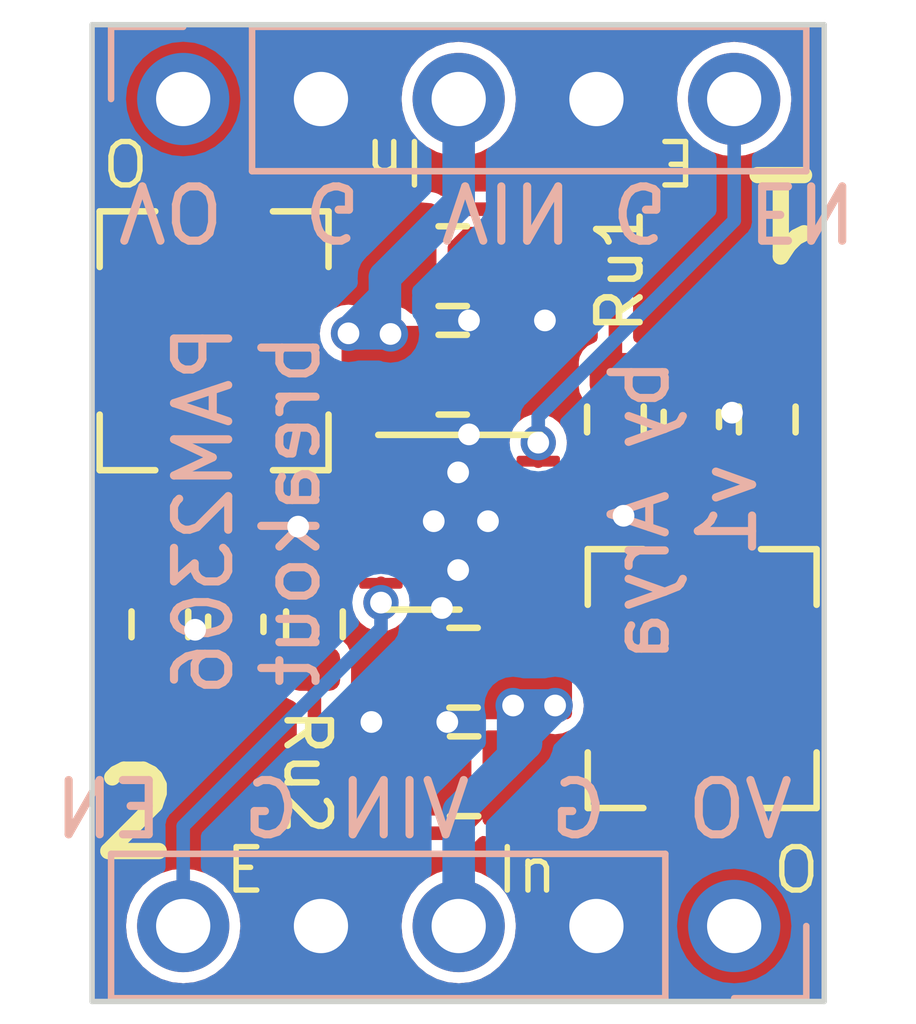
<source format=kicad_pcb>
(kicad_pcb (version 20221018) (generator pcbnew)
  (layers (0 "F.Cu" signal) (31 "B.Cu" signal) (34 "B.Paste" user) (35 "F.Paste" user) (36 "B.SilkS" user "B.Silkscreen") (37 "F.SilkS" user "F.Silkscreen") (38 "B.Mask" user) (39 "F.Mask" user) (44 "Edge.Cuts" user))
  (net 0 "")
  (net 1 "Net-(U1-FB1)")
  (net 2 "GND")
  (net 3 "/VOUT1")
  (net 4 "Net-(U1-FB2)")
  (net 5 "/VOUT2")
  (net 6 "/EN1")
  (net 7 "/EN2")
  (net 8 "/LX1")
  (net 10 "/LX2")
  (net 12 "/VIN")
  (footprint "Capacitor_SMD:C_0805_2012Metric" (layer "F.Cu") (at 111.86 83.6 180)
    (fp_text reference "C6" hide)
    (fp_text value "10u")
    (fp_line (start -0.261252 -0.735) (end 0.261252 -0.735) (stroke (width 0.12)) (layer "F.SilkS"))
    (fp_line (start -0.261252 0.735) (end 0.261252 0.735) (stroke (width 0.12)) (layer "F.SilkS"))
    (pad "1" smd roundrect (at -0.95 0 180) (size 1 1.45) (layers "F.Cu" "F.Paste" "F.Mask") (net 5 "/VOUT2"))
    (pad "2" smd roundrect (at 0.95 0 180) (size 1 1.45) (layers "F.Cu" "F.Paste" "F.Mask") (net 2 "GND"))
  )
  (footprint "Capacitor_SMD:C_0805_2012Metric" (layer "F.Cu") (at 111.85 81.6 180)
    (fp_text reference "C3" hide)
    (fp_text value "4u7")
    (fp_line (start -0.261252 -0.735) (end 0.261252 -0.735) (stroke (width 0.12)) (layer "F.SilkS"))
    (fp_line (start -0.261252 0.735) (end 0.261252 0.735) (stroke (width 0.12)) (layer "F.SilkS"))
    (pad "1" smd roundrect (at -0.95 0 180) (size 1 1.45) (layers "F.Cu" "F.Paste" "F.Mask") (net 12 "/VIN"))
    (pad "2" smd roundrect (at 0.95 0 180) (size 1 1.45) (layers "F.Cu" "F.Paste" "F.Mask") (net 2 "GND"))
  )
  (footprint "Resistor_SMD:R_0603_1608Metric" (layer "F.Cu") (at 117.45 77.025 90)
    (fp_text reference "R4" hide)
    (fp_text value "100K")
    (fp_line (start -0.237258 -0.5225) (end 0.237258 -0.5225) (stroke (width 0.12)) (layer "F.SilkS"))
    (fp_line (start -0.237258 0.5225) (end 0.237258 0.5225) (stroke (width 0.12)) (layer "F.SilkS"))
    (pad "1" smd roundrect (at -0.825 0 90) (size 0.8 0.95) (layers "F.Cu" "F.Paste" "F.Mask") (net 1 "Net-(U1-FB1)"))
    (pad "2" smd roundrect (at 0.825 0 90) (size 0.8 0.95) (layers "F.Cu" "F.Paste" "F.Mask") (net 2 "GND"))
  )
  (footprint "Capacitor_SMD:C_0603_1608Metric" (layer "F.Cu") (at 116.05 77.025 90)
    (fp_text reference "C1" hide)
    (fp_text value "100p")
    (fp_line (start -0.14058 -0.51) (end 0.14058 -0.51) (stroke (width 0.12)) (layer "F.SilkS"))
    (fp_line (start -0.14058 0.51) (end 0.14058 0.51) (stroke (width 0.12)) (layer "F.SilkS"))
    (pad "1" smd roundrect (at -0.775 0 90) (size 0.9 0.95) (layers "F.Cu" "F.Paste" "F.Mask") (net 1 "Net-(U1-FB1)"))
    (pad "2" smd roundrect (at 0.775 0 90) (size 0.9 0.95) (layers "F.Cu" "F.Paste" "F.Mask") (net 2 "GND"))
  )
  (footprint "Capacitor_SMD:C_0805_2012Metric" (layer "F.Cu") (at 111.65 76.2)
    (fp_text reference "C2" hide)
    (fp_text value "4u7")
    (fp_line (start -0.261252 -0.735) (end 0.261252 -0.735) (stroke (width 0.12)) (layer "F.SilkS"))
    (fp_line (start -0.261252 0.735) (end 0.261252 0.735) (stroke (width 0.12)) (layer "F.SilkS"))
    (pad "1" smd roundrect (at -0.95 0) (size 1 1.45) (layers "F.Cu" "F.Paste" "F.Mask") (net 12 "/VIN"))
    (pad "2" smd roundrect (at 0.95 0) (size 1 1.45) (layers "F.Cu" "F.Paste" "F.Mask") (net 2 "GND"))
  )
  (footprint "Resistor_SMD:R_0603_1608Metric" (layer "F.Cu") (at 106.25 80.8 -90)
    (fp_text reference "R6" hide)
    (fp_text value "100K")
    (fp_line (start -0.237258 -0.5225) (end 0.237258 -0.5225) (stroke (width 0.12)) (layer "F.SilkS"))
    (fp_line (start -0.237258 0.5225) (end 0.237258 0.5225) (stroke (width 0.12)) (layer "F.SilkS"))
    (pad "1" smd roundrect (at -0.825 0 270) (size 0.8 0.95) (layers "F.Cu" "F.Paste" "F.Mask") (net 4 "Net-(U1-FB2)"))
    (pad "2" smd roundrect (at 0.825 0 270) (size 0.8 0.95) (layers "F.Cu" "F.Paste" "F.Mask") (net 2 "GND"))
  )
  (footprint "pam2306_breakout:L_Murata_23S4R7C" (layer "F.Cu") (at 116.25 81.8 -90)
    (fp_text reference "L2" hide)
    (fp_text value "4u7")
    (fp_line (start -2.385 -2.11) (end -2.385 -1.085) (stroke (width 0.12)) (layer "F.SilkS"))
    (fp_line (start -2.385 -2.11) (end -1.36 -2.11) (stroke (width 0.12)) (layer "F.SilkS"))
    (fp_line (start -2.385 2.11) (end -2.385 1.085) (stroke (width 0.12)) (layer "F.SilkS"))
    (fp_line (start -2.385 2.11) (end -1.36 2.11) (stroke (width 0.12)) (layer "F.SilkS"))
    (fp_line (start 2.385 -2.11) (end 1.36 -2.11) (stroke (width 0.12)) (layer "F.SilkS"))
    (fp_line (start 2.385 -2.11) (end 2.385 -1.085) (stroke (width 0.12)) (layer "F.SilkS"))
    (fp_line (start 2.385 2.11) (end 1.36 2.11) (stroke (width 0.12)) (layer "F.SilkS"))
    (fp_line (start 2.385 2.11) (end 2.385 1.085) (stroke (width 0.12)) (layer "F.SilkS"))
    (pad "1" smd rect (at -1.525 0 270) (size 1.5 3.6) (layers "F.Cu" "F.Paste" "F.Mask") (net 10 "/LX2"))
    (pad "2" smd rect (at 1.525 0 270) (size 1.5 3.6) (layers "F.Cu" "F.Paste" "F.Mask") (net 5 "/VOUT2"))
  )
  (footprint "pam2306_breakout:L_Murata_23S4R7C" (layer "F.Cu") (at 107.25 75.575 90)
    (fp_text reference "L1" hide)
    (fp_text value "4u7")
    (fp_line (start -2.385 -2.11) (end -2.385 -1.085) (stroke (width 0.12)) (layer "F.SilkS"))
    (fp_line (start -2.385 -2.11) (end -1.36 -2.11) (stroke (width 0.12)) (layer "F.SilkS"))
    (fp_line (start -2.385 2.11) (end -2.385 1.085) (stroke (width 0.12)) (layer "F.SilkS"))
    (fp_line (start -2.385 2.11) (end -1.36 2.11) (stroke (width 0.12)) (layer "F.SilkS"))
    (fp_line (start 2.385 -2.11) (end 1.36 -2.11) (stroke (width 0.12)) (layer "F.SilkS"))
    (fp_line (start 2.385 -2.11) (end 2.385 -1.085) (stroke (width 0.12)) (layer "F.SilkS"))
    (fp_line (start 2.385 2.11) (end 1.36 2.11) (stroke (width 0.12)) (layer "F.SilkS"))
    (fp_line (start 2.385 2.11) (end 2.385 1.085) (stroke (width 0.12)) (layer "F.SilkS"))
    (pad "1" smd rect (at -1.525 0 90) (size 1.5 3.6) (layers "F.Cu" "F.Paste" "F.Mask") (net 8 "/LX1"))
    (pad "2" smd rect (at 1.525 0 90) (size 1.5 3.6) (layers "F.Cu" "F.Paste" "F.Mask") (net 3 "/VOUT1"))
  )
  (footprint "Capacitor_SMD:C_0805_2012Metric" (layer "F.Cu") (at 111.65 74.2)
    (fp_text reference "C4" hide)
    (fp_text value "10u")
    (fp_line (start -0.261252 -0.735) (end 0.261252 -0.735) (stroke (width 0.12)) (layer "F.SilkS"))
    (fp_line (start -0.261252 0.735) (end 0.261252 0.735) (stroke (width 0.12)) (layer "F.SilkS"))
    (pad "1" smd roundrect (at -0.95 0) (size 1 1.45) (layers "F.Cu" "F.Paste" "F.Mask") (net 3 "/VOUT1"))
    (pad "2" smd roundrect (at 0.95 0) (size 1 1.45) (layers "F.Cu" "F.Paste" "F.Mask") (net 2 "GND"))
  )
  (footprint "Capacitor_SMD:C_0603_1608Metric" (layer "F.Cu") (at 107.65 80.8 -90)
    (fp_text reference "C5" hide)
    (fp_text value "100p")
    (fp_line (start -0.14058 -0.51) (end 0.14058 -0.51) (stroke (width 0.12)) (layer "F.SilkS"))
    (fp_line (start -0.14058 0.51) (end 0.14058 0.51) (stroke (width 0.12)) (layer "F.SilkS"))
    (pad "1" smd roundrect (at -0.775 0 270) (size 0.9 0.95) (layers "F.Cu" "F.Paste" "F.Mask") (net 4 "Net-(U1-FB2)"))
    (pad "2" smd roundrect (at 0.775 0 270) (size 0.9 0.95) (layers "F.Cu" "F.Paste" "F.Mask") (net 2 "GND"))
  )
  (footprint "Resistor_SMD:R_0603_1608Metric" (layer "F.Cu") (at 109.1 80.8 -90)
    (fp_text reference "R5" hide)
    (fp_text value "470K")
    (fp_line (start -0.237258 -0.5225) (end 0.237258 -0.5225) (stroke (width 0.12)) (layer "F.SilkS"))
    (fp_line (start -0.237258 0.5225) (end 0.237258 0.5225) (stroke (width 0.12)) (layer "F.SilkS"))
    (pad "1" smd roundrect (at -0.825 0 270) (size 0.8 0.95) (layers "F.Cu" "F.Paste" "F.Mask") (net 4 "Net-(U1-FB2)"))
    (pad "2" smd roundrect (at 0.825 0 270) (size 0.8 0.95) (layers "F.Cu" "F.Paste" "F.Mask") (net 5 "/VOUT2"))
  )
  (footprint "Package_DFN_QFN:WDFN-12-1EP_3x3mm_P0.45mm_EP1.7x2.5mm" (layer "F.Cu") (at 111.777 78.919 180)
    (fp_text reference "U1" hide)
    (fp_text value "PAM2306AYPAA")
    (fp_line (start -1.5 1.61) (end 1.5 1.61) (stroke (width 0.12)) (layer "F.SilkS"))
    (fp_line (start 0 -1.61) (end 1.5 -1.61) (stroke (width 0.12)) (layer "F.SilkS"))
    (pad "1" smd roundrect (at -1.45 -1.125 180) (size 0.8 0.2) (layers "F.Cu" "F.Paste" "F.Mask") (net 12 "/VIN"))
    (pad "2" smd roundrect (at -1.45 -0.675 180) (size 0.8 0.2) (layers "F.Cu" "F.Paste" "F.Mask") (net 10 "/LX2"))
    (pad "3" smd roundrect (at -1.45 -0.225 180) (size 0.8 0.2) (layers "F.Cu" "F.Paste" "F.Mask") (net 2 "GND"))
    (pad "4" smd roundrect (at -1.45 0.225 180) (size 0.8 0.2) (layers "F.Cu" "F.Paste" "F.Mask") (net 1 "Net-(U1-FB1)"))
    (pad "5" smd roundrect (at -1.45 0.675 180) (size 0.8 0.2) (layers "F.Cu" "F.Paste" "F.Mask"))
    (pad "6" smd roundrect (at -1.45 1.125 180) (size 0.8 0.2) (layers "F.Cu" "F.Paste" "F.Mask") (net 6 "/EN1"))
    (pad "7" smd roundrect (at 1.45 1.125 180) (size 0.8 0.2) (layers "F.Cu" "F.Paste" "F.Mask") (net 12 "/VIN"))
    (pad "8" smd roundrect (at 1.45 0.675 180) (size 0.8 0.2) (layers "F.Cu" "F.Paste" "F.Mask") (net 8 "/LX1"))
    (pad "9" smd roundrect (at 1.45 0.225 180) (size 0.8 0.2) (layers "F.Cu" "F.Paste" "F.Mask") (net 2 "GND"))
    (pad "10" smd roundrect (at 1.45 -0.225 180) (size 0.8 0.2) (layers "F.Cu" "F.Paste" "F.Mask") (net 4 "Net-(U1-FB2)"))
    (pad "11" smd roundrect (at 1.45 -0.675 180) (size 0.8 0.2) (layers "F.Cu" "F.Paste" "F.Mask"))
    (pad "12" smd roundrect (at 1.45 -1.125 180) (size 0.8 0.2) (layers "F.Cu" "F.Paste" "F.Mask") (net 7 "/EN2"))
    (pad "13" smd rect (at 0 0 180) (size 1.7 2.5) (layers "F.Cu" "F.Mask") (net 2 "GND"))
  )
  (footprint "Resistor_SMD:R_0603_1608Metric" (layer "F.Cu") (at 114.65 77.025 90)
    (fp_text reference "R3" hide)
    (fp_text value "470K")
    (fp_line (start -0.237258 -0.5225) (end 0.237258 -0.5225) (stroke (width 0.12)) (layer "F.SilkS"))
    (fp_line (start -0.237258 0.5225) (end 0.237258 0.5225) (stroke (width 0.12)) (layer "F.SilkS"))
    (pad "1" smd roundrect (at -0.825 0 90) (size 0.8 0.95) (layers "F.Cu" "F.Paste" "F.Mask") (net 1 "Net-(U1-FB1)"))
    (pad "2" smd roundrect (at 0.825 0 90) (size 0.8 0.95) (layers "F.Cu" "F.Paste" "F.Mask") (net 3 "/VOUT1"))
  )
  (footprint "Connector_PinHeader_2.54mm:PinHeader_1x05_P2.54mm_Vertical" (layer "B.Cu") (at 116.84 86.36 90)
    (fp_text reference "J2" hide)
    (fp_text value "2" (at 2.06 -11.04) (layer "F.SilkS") (effects (font (size 1.5 1.5) (thickness 0.3) bold)))
    (fp_line (start -1.33 -11.49) (end 1.33 -11.49) (stroke (width 0.12)) (layer "B.SilkS"))
    (fp_line (start -1.33 -1.27) (end -1.33 -11.49) (stroke (width 0.12)) (layer "B.SilkS"))
    (fp_line (start -1.33 -1.27) (end 1.33 -1.27) (stroke (width 0.12)) (layer "B.SilkS"))
    (fp_line (start -1.33 0) (end -1.33 1.33) (stroke (width 0.12)) (layer "B.SilkS"))
    (fp_line (start -1.33 1.33) (end 0 1.33) (stroke (width 0.12)) (layer "B.SilkS"))
    (fp_line (start 1.33 -1.27) (end 1.33 -11.49) (stroke (width 0.12)) (layer "B.SilkS"))
    (pad "1" thru_hole circle (at 0 0 90) (size 1.7 1.7) (drill 1) (layers "*.Cu" "*.Mask") (net 5 "/VOUT2"))
    (pad "2" thru_hole rect (at 0 -2.54 90) (size 1.7 1.7) (drill 1) (layers "*.Cu" "*.Mask") (net 2 "GND"))
    (pad "3" thru_hole oval (at 0 -5.08 90) (size 1.7 1.7) (drill 1) (layers "*.Cu" "*.Mask") (net 12 "/VIN"))
    (pad "4" thru_hole rect (at 0 -7.62 90) (size 1.7 1.7) (drill 1) (layers "*.Cu" "*.Mask") (net 2 "GND"))
    (pad "5" thru_hole oval (at 0 -10.16 90) (size 1.7 1.7) (drill 1) (layers "*.Cu" "*.Mask") (net 7 "/EN2"))
  )
  (footprint "Connector_PinHeader_2.54mm:PinHeader_1x05_P2.54mm_Vertical" (layer "B.Cu") (at 106.68 71.12 -90)
    (fp_text reference "J1" hide)
    (fp_text value "1" (at 2.08 -11.02 180 unlocked) (layer "F.SilkS") (effects (font (size 1.5 1.5) (thickness 0.3) bold)))
    (fp_line (start -1.33 -11.49) (end 1.33 -11.49) (stroke (width 0.12)) (layer "B.SilkS"))
    (fp_line (start -1.33 -1.27) (end -1.33 -11.49) (stroke (width 0.12)) (layer "B.SilkS"))
    (fp_line (start -1.33 -1.27) (end 1.33 -1.27) (stroke (width 0.12)) (layer "B.SilkS"))
    (fp_line (start -1.33 0) (end -1.33 1.33) (stroke (width 0.12)) (layer "B.SilkS"))
    (fp_line (start -1.33 1.33) (end 0 1.33) (stroke (width 0.12)) (layer "B.SilkS"))
    (fp_line (start 1.33 -1.27) (end 1.33 -11.49) (stroke (width 0.12)) (layer "B.SilkS"))
    (pad "1" thru_hole circle (at 0 0 270) (size 1.7 1.7) (drill 1) (layers "*.Cu" "*.Mask") (net 3 "/VOUT1"))
    (pad "2" thru_hole rect (at 0 -2.54 270) (size 1.7 1.7) (drill 1) (layers "*.Cu" "*.Mask") (net 2 "GND"))
    (pad "3" thru_hole oval (at 0 -5.08 270) (size 1.7 1.7) (drill 1) (layers "*.Cu" "*.Mask") (net 12 "/VIN"))
    (pad "4" thru_hole rect (at 0 -7.62 270) (size 1.7 1.7) (drill 1) (layers "*.Cu" "*.Mask") (net 2 "GND"))
    (pad "5" thru_hole oval (at 0 -10.16 270) (size 1.7 1.7) (drill 1) (layers "*.Cu" "*.Mask") (net 6 "/EN1"))
  )
  (gr_line (start 105 87.75) (end 118.5 87.75) (stroke (width 0.1)) (layer "Edge.Cuts"))
  (gr_line (start 118.5 69.75) (end 105 69.75) (stroke (width 0.1)) (layer "Edge.Cuts"))
  (gr_line (start 118.5 87.75) (end 118.5 69.75) (stroke (width 0.1)) (layer "Edge.Cuts"))
  (gr_line (start 105 69.75) (end 105 87.75) (stroke (width 0.1)) (layer "Edge.Cuts"))
  (gr_text "VO  G  VIN G  EN" (at 105.4 72.6 180) (layer "B.SilkS") (effects (font (size 1 1)) (justify left bottom mirror)))
  (gr_text "PAM2306\nbreakout\n\n\n\nby Arya\nv1" (at 117.3 78.7 90) (layer "B.SilkS") (effects (font (size 1 1)) (justify bottom mirror)))
  (gr_text "VO  G  VIN G  EN" (at 118 84.8) (layer "B.SilkS") (effects (font (size 1 1)) (justify left bottom mirror)))
  (gr_text "O" (at 106.1 71.8 180) (layer "F.SilkS") (effects (font (size 0.8 0.8) (thickness 0.1)) (justify left bottom)))
  (gr_text "In" (at 112.4 85.8) (layer "F.SilkS") (effects (font (size 0.8 0.8) (thickness 0.1)) (justify left bottom)))
  (gr_text "Ru1" (at 115.2 75.5 90) (layer "F.SilkS") (effects (font (size 0.8 0.8) (thickness 0.12)) (justify left bottom)))
  (gr_text "E" (at 116.2 71.8 180) (layer "F.SilkS") (effects (font (size 0.8 0.8) (thickness 0.1)) (justify left bottom)))
  (gr_text "E" (at 107.4 85.8) (layer "F.SilkS") (effects (font (size 0.8 0.8) (thickness 0.1)) (justify left bottom)))
  (gr_text "In" (at 111.2 71.8 180) (layer "F.SilkS") (effects (font (size 0.8 0.8) (thickness 0.1)) (justify left bottom)))
  (gr_text "O" (at 117.5 85.8) (layer "F.SilkS") (effects (font (size 0.8 0.8) (thickness 0.1)) (justify left bottom)))
  (gr_text "Ru2" (at 108.5 82.3 270) (layer "F.SilkS") (effects (font (size 0.8 0.8) (thickness 0.12)) (justify left bottom)))
  (segment (start 116.1 77.85) (end 116.05 77.8) (width 0.25) (layer "F.Cu") (net 1))
  (segment (start 113.227 78.694) (end 113.806 78.694) (width 0.25) (layer "F.Cu") (net 1))
  (segment (start 116.05 77.8) (end 114.7 77.8) (width 0.25) (layer "F.Cu") (net 1))
  (segment (start 114.7 77.8) (end 114.65 77.85) (width 0.25) (layer "F.Cu") (net 1))
  (segment (start 113.806 78.694) (end 114.65 77.85) (width 0.25) (layer "F.Cu") (net 1))
  (segment (start 117.45 77.85) (end 116.1 77.85) (width 0.25) (layer "F.Cu") (net 1))
  (via (at 106.9 80.9) (size 0.65) (drill 0.4) (layers "F.Cu" "B.Cu") (net 2))
  (via (at 111.75 79.8) (size 0.65) (drill 0.4) (layers "F.Cu" "B.Cu") (net 2))
  (via (at 111.3 78.9) (size 0.65) (drill 0.4) (layers "F.Cu" "B.Cu") (net 2))
  (via (at 111.55 82.6) (size 0.65) (drill 0.4) (layers "F.Cu" "B.Cu") (net 2))
  (via (at 113.35 75.2) (size 0.65) (drill 0.4) (layers "F.Cu" "B.Cu") (net 2))
  (via (at 111.75 78) (size 0.65) (drill 0.4) (layers "F.Cu" "B.Cu") (net 2))
  (via (at 108.8 79) (size 0.65) (drill 0.4) (layers "F.Cu" "B.Cu") (net 2))
  (via (at 112.3 78.9) (size 0.65) (drill 0.4) (layers "F.Cu" "B.Cu") (net 2))
  (via (at 116.8 76.9) (size 0.65) (drill 0.4) (layers "F.Cu" "B.Cu") (net 2))
  (via (at 111.45 80.5) (size 0.65) (drill 0.4) (layers "F.Cu" "B.Cu") (net 2))
  (via (at 111.95 75.2) (size 0.65) (drill 0.4) (layers "F.Cu" "B.Cu") (net 2))
  (via (at 110.15 82.6) (size 0.65) (drill 0.4) (layers "F.Cu" "B.Cu") (net 2))
  (via (at 111.95 77.3) (size 0.65) (drill 0.4) (layers "F.Cu" "B.Cu") (net 2))
  (via (at 114.8 78.8) (size 0.65) (drill 0.4) (layers "F.Cu" "B.Cu") (net 2))
  (segment (start 113.088173 73.15) (end 111.75 73.15) (width 0.25) (layer "F.Cu") (net 3))
  (segment (start 114.65 76.2) (end 114.65 74.711827) (width 0.25) (layer "F.Cu") (net 3))
  (segment (start 111.75 73.15) (end 110.7 74.2) (width 0.25) (layer "F.Cu") (net 3))
  (segment (start 114.65 74.711827) (end 113.088173 73.15) (width 0.25) (layer "F.Cu") (net 3))
  (segment (start 109.1 79.975) (end 107.734 79.975) (width 0.25) (layer "F.Cu") (net 4))
  (segment (start 107.566 79.975) (end 107.65 80.059) (width 0.25) (layer "F.Cu") (net 4))
  (segment (start 107.734 79.975) (end 107.65 80.059) (width 0.25) (layer "F.Cu") (net 4))
  (segment (start 109.1 79.9) (end 109.1 79.975) (width 0.25) (layer "F.Cu") (net 4))
  (segment (start 109.602 79.398) (end 109.1 79.9) (width 0.25) (layer "F.Cu") (net 4))
  (segment (start 110.327 79.144) (end 109.84667 79.144) (width 0.25) (layer "F.Cu") (net 4))
  (segment (start 106.05 79.975) (end 107.566 79.975) (width 0.25) (layer "F.Cu") (net 4))
  (segment (start 109.602 79.38867) (end 109.602 79.398) (width 0.25) (layer "F.Cu") (net 4))
  (segment (start 109.84667 79.144) (end 109.602 79.38867) (width 0.25) (layer "F.Cu") (net 4))
  (segment (start 110.421827 84.65) (end 109.1 83.328173) (width 0.25) (layer "F.Cu") (net 5))
  (segment (start 109.1 83.328173) (end 109.1 81.625) (width 0.25) (layer "F.Cu") (net 5))
  (segment (start 111.76 84.65) (end 110.421827 84.65) (width 0.25) (layer "F.Cu") (net 5))
  (segment (start 112.81 83.6) (end 111.76 84.65) (width 0.25) (layer "F.Cu") (net 5))
  (segment (start 113.227 77.452179) (end 113.227 77.794) (width 0.25) (layer "F.Cu") (net 6))
  (via (at 113.227 77.452179) (size 0.65) (drill 0.4) (layers "F.Cu" "B.Cu") (net 6))
  (segment (start 113.227 77.452179) (end 113.227 76.973) (width 0.25) (layer "B.Cu") (net 6))
  (segment (start 116.84 73.36) (end 116.84 71.12) (width 0.25) (layer "B.Cu") (net 6))
  (segment (start 113.227 76.973) (end 116.84 73.36) (width 0.25) (layer "B.Cu") (net 6))
  (segment (start 110.327 80.4) (end 110.327 80.044) (width 0.25) (layer "F.Cu") (net 7))
  (via (at 110.327 80.4) (size 0.65) (drill 0.4) (layers "F.Cu" "B.Cu") (net 7))
  (segment (start 110.327 80.4) (end 110.327 80.873) (width 0.25) (layer "B.Cu") (net 7))
  (segment (start 106.68 84.52) (end 106.68 86.36) (width 0.25) (layer "B.Cu") (net 7))
  (segment (start 110.327 80.873) (end 106.68 84.52) (width 0.25) (layer "B.Cu") (net 7))
  (segment (start 109.044 78.244) (end 108.85 78.05) (width 0.25) (layer "F.Cu") (net 8))
  (segment (start 110.327 78.244) (end 109.044 78.244) (width 0.25) (layer "F.Cu") (net 8))
  (segment (start 116.25 80.275) (end 115.544 79.569) (width 0.25) (layer "F.Cu") (net 10))
  (segment (start 115.544 79.569) (end 112.969 79.569) (width 0.25) (layer "F.Cu") (net 10))
  (via (at 112.763497 82.296) (size 0.65) (drill 0.4) (layers "F.Cu" "B.Cu") (net 12))
  (via (at 110.502503 75.4495) (size 0.65) (drill 0.4) (layers "F.Cu" "B.Cu") (net 12))
  (via (at 113.538 82.296) (size 0.65) (drill 0.4) (layers "F.Cu" "B.Cu") (net 12))
  (via (at 109.728 75.438) (size 0.65) (drill 0.4) (layers "F.Cu" "B.Cu") (net 12))
  (segment (start 112.763497 83.236503) (end 112.605 83.395) (width 0.6) (layer "B.Cu") (net 12))
  (segment (start 110.4 74.766) (end 109.728 75.438) (width 0.6) (layer "B.Cu") (net 12))
  (segment (start 111.76 73.04) (end 110.4 74.4) (width 0.6) (layer "B.Cu") (net 12))
  (segment (start 113 82.532503) (end 112.763497 82.296) (width 0.6) (layer "B.Cu") (net 12))
  (segment (start 110.4 74.4) (end 110.4 74.766) (width 0.6) (layer "B.Cu") (net 12))
  (segment (start 112.763497 82.296) (end 113.538 82.296) (width 0.6) (layer "B.Cu") (net 12))
  (segment (start 109.728 75.438) (end 110.491003 75.438) (width 0.6) (layer "B.Cu") (net 12))
  (segment (start 112.605 83.395) (end 113 83) (width 0.6) (layer "B.Cu") (net 12))
  (segment (start 113 83) (end 113 82.532503) (width 0.6) (layer "B.Cu") (net 12))
  (segment (start 112.763497 82.296) (end 112.763497 83.236503) (width 0.6) (layer "B.Cu") (net 12))
  (segment (start 110.4 75.346997) (end 110.4 74.766) (width 0.6) (layer "B.Cu") (net 12))
  (segment (start 111.76 71.12) (end 111.76 73.04) (width 0.6) (layer "B.Cu") (net 12))
  (segment (start 110.502503 75.4495) (end 110.4 75.346997) (width 0.6) (layer "B.Cu") (net 12))
  (segment (start 113 83) (end 113 82.834) (width 0.6) (layer "B.Cu") (net 12))
  (segment (start 111.76 86.36) (end 111.76 84.24) (width 0.6) (layer "B.Cu") (net 12))
  (segment (start 111.76 84.24) (end 112.605 83.395) (width 0.6) (layer "B.Cu") (net 12))
  (segment (start 110.491003 75.438) (end 110.502503 75.4495) (width 0.6) (layer "B.Cu") (net 12))
  (segment (start 113 82.834) (end 113.538 82.296) (width 0.6) (layer "B.Cu") (net 12))
  (zone (net 12) (net_name "/VIN") (layer "F.Cu") (priority 3) (connect_pads yes (clearance 0.2)) (min_thickness 0.2) (fill yes (thermal_gap 0.2) (thermal_bridge_width 0.21))
    (polygon (pts (xy 113.85 79.8) (xy 113.85 82.55) (xy 112.1 82.55) (xy 112.1 80.3) (xy 112.6 80.3) (xy 112.6 79.8)))
  )
  (zone (net 5) (net_name "/VOUT2") (layer "F.Cu") (priority 1) (connect_pads yes (clearance 0.2)) (min_thickness 0.2) (fill yes (thermal_gap 0.2) (thermal_bridge_width 0.21))
    (polygon (pts (xy 118.45 82) (xy 118.45 87.75) (xy 115.5 87.75) (xy 115.5 84.75) (xy 112.2 84.5) (xy 112.2 82)))
  )
  (zone (net 8) (net_name "/LX1") (layer "F.Cu") (priority 2) (connect_pads yes (clearance 0.2)) (min_thickness 0.2) (fill yes (thermal_gap 0.2) (thermal_bridge_width 0.21))
    (polygon (pts (xy 110.85 78.4) (xy 105.1 78.4) (xy 105.1 75.8) (xy 109.35 75.8) (xy 109.6 78.05) (xy 110.85 78.05)))
  )
  (zone (net 12) (net_name "/VIN") (layer "F.Cu") (priority 3) (connect_pads yes (clearance 0.2)) (min_thickness 0.2) (fill yes (thermal_gap 0.2) (thermal_bridge_width 0.21))
    (polygon (pts (xy 109.6 78.05) (xy 109.6 75.3) (xy 111.35 75.3) (xy 111.35 77.55) (xy 110.85 77.55) (xy 110.85 78.05)))
  )
  (zone (net 10) (net_name "/LX2") (layer "F.Cu") (priority 2) (connect_pads yes (clearance 0.2)) (min_thickness 0.2) (fill yes (thermal_gap 0.2) (thermal_bridge_width 0.21))
    (polygon (pts (xy 112.65 79.45) (xy 118.4 79.45) (xy 118.4 81.8) (xy 114.15 81.8) (xy 113.9 79.8) (xy 112.65 79.8)))
  )
  (zone (net 3) (net_name "/VOUT1") (layer "F.Cu") (priority 1) (connect_pads yes (clearance 0.2)) (min_thickness 0.2) (fill yes (thermal_gap 0.2) (thermal_bridge_width 0.21))
    (polygon (pts (xy 105.1 75.55) (xy 105.1 69.8) (xy 108 69.8) (xy 108 72.75) (xy 111.35 73.05) (xy 111.35 75.55)))
  )
  (zone (net 2) (net_name "GND") (layers "F&B.Cu") (connect_pads yes (clearance 0.2)) (min_thickness 0.2) (fill yes (thermal_gap 0.2) (thermal_bridge_width 0.21))
    (polygon (pts (xy 105 69.75) (xy 118.5 69.75) (xy 118.5 87.75) (xy 105 87.75)))
  )
)
</source>
